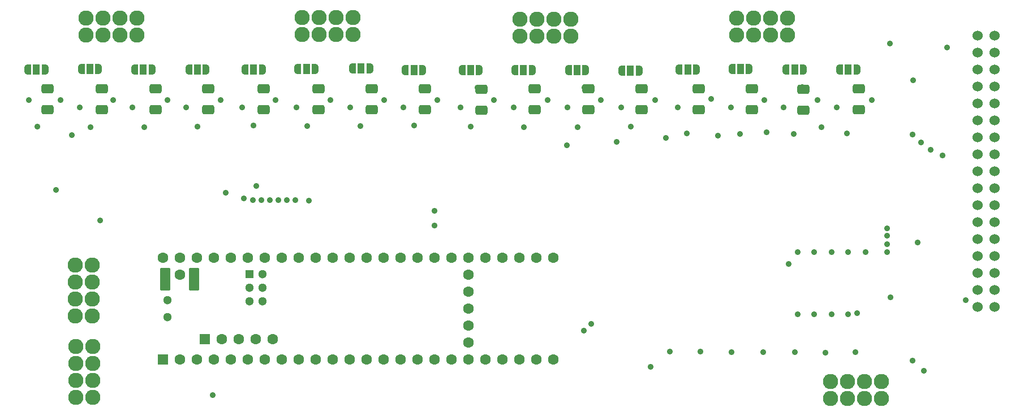
<source format=gbr>
%TF.GenerationSoftware,KiCad,Pcbnew,8.0.3-1.fc40*%
%TF.CreationDate,2024-07-09T23:55:12-04:00*%
%TF.ProjectId,boards_v3,626f6172-6473-45f7-9633-2e6b69636164,rev?*%
%TF.SameCoordinates,Original*%
%TF.FileFunction,Soldermask,Bot*%
%TF.FilePolarity,Negative*%
%FSLAX46Y46*%
G04 Gerber Fmt 4.6, Leading zero omitted, Abs format (unit mm)*
G04 Created by KiCad (PCBNEW 8.0.3-1.fc40) date 2024-07-09 23:55:12*
%MOMM*%
%LPD*%
G01*
G04 APERTURE LIST*
G04 Aperture macros list*
%AMRoundRect*
0 Rectangle with rounded corners*
0 $1 Rounding radius*
0 $2 $3 $4 $5 $6 $7 $8 $9 X,Y pos of 4 corners*
0 Add a 4 corners polygon primitive as box body*
4,1,4,$2,$3,$4,$5,$6,$7,$8,$9,$2,$3,0*
0 Add four circle primitives for the rounded corners*
1,1,$1+$1,$2,$3*
1,1,$1+$1,$4,$5*
1,1,$1+$1,$6,$7*
1,1,$1+$1,$8,$9*
0 Add four rect primitives between the rounded corners*
20,1,$1+$1,$2,$3,$4,$5,0*
20,1,$1+$1,$4,$5,$6,$7,0*
20,1,$1+$1,$6,$7,$8,$9,0*
20,1,$1+$1,$8,$9,$2,$3,0*%
%AMFreePoly0*
4,1,19,0.550000,-0.750000,0.000000,-0.750000,0.000000,-0.744911,-0.071157,-0.744911,-0.207708,-0.704816,-0.327430,-0.627875,-0.420627,-0.520320,-0.479746,-0.390866,-0.500000,-0.250000,-0.500000,0.250000,-0.479746,0.390866,-0.420627,0.520320,-0.327430,0.627875,-0.207708,0.704816,-0.071157,0.744911,0.000000,0.744911,0.000000,0.750000,0.550000,0.750000,0.550000,-0.750000,0.550000,-0.750000,
$1*%
%AMFreePoly1*
4,1,19,0.000000,0.744911,0.071157,0.744911,0.207708,0.704816,0.327430,0.627875,0.420627,0.520320,0.479746,0.390866,0.500000,0.250000,0.500000,-0.250000,0.479746,-0.390866,0.420627,-0.520320,0.327430,-0.627875,0.207708,-0.704816,0.071157,-0.744911,0.000000,-0.744911,0.000000,-0.750000,-0.550000,-0.750000,-0.550000,0.750000,0.000000,0.750000,0.000000,0.744911,0.000000,0.744911,
$1*%
G04 Aperture macros list end*
%ADD10RoundRect,0.250000X-0.537500X-1.450000X0.537500X-1.450000X0.537500X1.450000X-0.537500X1.450000X0*%
%ADD11RoundRect,0.250000X-0.650000X0.412500X-0.650000X-0.412500X0.650000X-0.412500X0.650000X0.412500X0*%
%ADD12C,2.286000*%
%ADD13R,1.600000X1.600000*%
%ADD14C,1.600000*%
%ADD15R,1.300000X1.300000*%
%ADD16C,1.300000*%
%ADD17C,1.524000*%
%ADD18FreePoly0,0.000000*%
%ADD19R,1.000000X1.500000*%
%ADD20FreePoly1,0.000000*%
%ADD21C,0.900000*%
G04 APERTURE END LIST*
D10*
%TO.C,C18*%
X85000000Y-64500000D03*
X89275000Y-64500000D03*
%TD*%
D11*
%TO.C,C17*%
X140300000Y-35937500D03*
X140300000Y-39062500D03*
%TD*%
%TO.C,C16*%
X148300000Y-35937500D03*
X148300000Y-39062500D03*
%TD*%
%TO.C,C15*%
X132300000Y-36037500D03*
X132300000Y-39162500D03*
%TD*%
%TO.C,C14*%
X123800000Y-35937500D03*
X123800000Y-39062500D03*
%TD*%
%TO.C,C12*%
X156300000Y-35937500D03*
X156300000Y-39062500D03*
%TD*%
%TO.C,C11*%
X172800000Y-35937500D03*
X172800000Y-39062500D03*
%TD*%
%TO.C,C9*%
X115900000Y-35937500D03*
X115900000Y-39062500D03*
%TD*%
%TO.C,C8*%
X107900000Y-35937500D03*
X107900000Y-39062500D03*
%TD*%
%TO.C,C7*%
X99700000Y-35937500D03*
X99700000Y-39062500D03*
%TD*%
%TO.C,C6*%
X91400000Y-35937500D03*
X91400000Y-39062500D03*
%TD*%
%TO.C,C5*%
X180500000Y-39162500D03*
X180500000Y-36037500D03*
%TD*%
%TO.C,C4*%
X164800000Y-35937500D03*
X164800000Y-39062500D03*
%TD*%
%TO.C,C3*%
X83500000Y-35937500D03*
X83500000Y-39062500D03*
%TD*%
%TO.C,C2*%
X75500000Y-35937500D03*
X75500000Y-39062500D03*
%TD*%
%TO.C,C1*%
X67400000Y-35937500D03*
X67400000Y-39062500D03*
%TD*%
D12*
%TO.C,J2*%
X145700000Y-25490000D03*
X143160000Y-25490000D03*
X140620000Y-25490000D03*
X138080000Y-25490000D03*
X138080001Y-28030000D03*
X140620000Y-28030000D03*
X143160000Y-28030000D03*
X145700000Y-28030000D03*
%TD*%
D13*
%TO.C,U1*%
X84600000Y-76540000D03*
D14*
X87140000Y-76540000D03*
X89680000Y-76540000D03*
X92220000Y-76540000D03*
X94760000Y-76540000D03*
X97300000Y-76540000D03*
X99840000Y-76540000D03*
X102380000Y-76540000D03*
X104920000Y-76540000D03*
X107460000Y-76540000D03*
X110000000Y-76540000D03*
X112540000Y-76540000D03*
X115080000Y-76540000D03*
X117620000Y-76540000D03*
X120160000Y-76540000D03*
X122700000Y-76540000D03*
X125240000Y-76540000D03*
X127780000Y-76540000D03*
X130320000Y-76540000D03*
X132860000Y-76540000D03*
X135400000Y-76540000D03*
X137940000Y-76540000D03*
X140480000Y-76540000D03*
X143020000Y-76540000D03*
X143020000Y-61300000D03*
X140480000Y-61300000D03*
X137940000Y-61300000D03*
X135400000Y-61300000D03*
X132860000Y-61300000D03*
X130320000Y-61300000D03*
X127780000Y-61300000D03*
X125240000Y-61300000D03*
X122700000Y-61300000D03*
X120160000Y-61300000D03*
X117620000Y-61300000D03*
X115080000Y-61300000D03*
X112540000Y-61300000D03*
X110000000Y-61300000D03*
X107460000Y-61300000D03*
X104920000Y-61300000D03*
X102380000Y-61300000D03*
X99840000Y-61300000D03*
X97300000Y-61300000D03*
X94760000Y-61300000D03*
X92220000Y-61300000D03*
X89680000Y-61300000D03*
X87140000Y-61300000D03*
X84600000Y-61300000D03*
X87140001Y-63840000D03*
X130320000Y-73999999D03*
X130320000Y-71460000D03*
X130320000Y-68920000D03*
X130320000Y-66380000D03*
X130320000Y-63840001D03*
D13*
X90899200Y-73489200D03*
D14*
X93439200Y-73489200D03*
X95979200Y-73489200D03*
X98519200Y-73489200D03*
X101059200Y-73489200D03*
D15*
X97569999Y-63738400D03*
D16*
X97570000Y-65738400D03*
X97570000Y-67738401D03*
X99570000Y-67738400D03*
X99570000Y-65738401D03*
X99570000Y-63738400D03*
X85329999Y-67650000D03*
X85329999Y-70190000D03*
%TD*%
D12*
%TO.C,J1*%
X178080000Y-25360000D03*
X175540000Y-25360000D03*
X173000000Y-25360000D03*
X170460000Y-25360000D03*
X170460001Y-27900000D03*
X173000000Y-27900000D03*
X175540000Y-27900000D03*
X178080000Y-27900000D03*
%TD*%
%TO.C,J7*%
X74100000Y-82200000D03*
X74100000Y-79660000D03*
X74100000Y-77120000D03*
X74100000Y-74580000D03*
X71560000Y-74580001D03*
X71560000Y-77120000D03*
X71560000Y-79660000D03*
X71560000Y-82200000D03*
%TD*%
%TO.C,J6*%
X184580000Y-82340000D03*
X187120000Y-82340000D03*
X189660000Y-82340000D03*
X192200000Y-82340000D03*
X192200000Y-79800000D03*
X189660000Y-79800000D03*
X187120000Y-79800000D03*
X184580000Y-79800000D03*
%TD*%
%TO.C,J3*%
X113040000Y-25260000D03*
X110500000Y-25260000D03*
X107960000Y-25260000D03*
X105420000Y-25260000D03*
X105420001Y-27800000D03*
X107960000Y-27800000D03*
X110500000Y-27800000D03*
X113040000Y-27800000D03*
%TD*%
%TO.C,J8*%
X74040000Y-69980000D03*
X74040000Y-67440000D03*
X74040000Y-64900000D03*
X74040000Y-62360000D03*
X71500000Y-62360001D03*
X71500000Y-64900000D03*
X71500000Y-67440000D03*
X71500000Y-69980000D03*
%TD*%
%TO.C,J4*%
X80740000Y-25400000D03*
X78200000Y-25400000D03*
X75660000Y-25400000D03*
X73120000Y-25400000D03*
X73120001Y-27940000D03*
X75660000Y-27940000D03*
X78200000Y-27940000D03*
X80740000Y-27940000D03*
%TD*%
D17*
%TO.C,J9*%
X206560000Y-27980000D03*
X206560000Y-30520000D03*
X206560000Y-33060000D03*
X206560000Y-35600000D03*
X206560000Y-38140000D03*
X206560000Y-40680000D03*
X206560000Y-43220000D03*
X206560000Y-45760000D03*
X206560000Y-48300000D03*
X206560000Y-50840000D03*
X206560000Y-53380000D03*
X206560000Y-55920000D03*
X206560000Y-58460000D03*
X206560000Y-61000000D03*
X206560000Y-63540000D03*
X206560000Y-66080000D03*
X206560000Y-68620000D03*
X209100000Y-68620000D03*
X209100000Y-66080000D03*
X209100000Y-63540000D03*
X209100000Y-61000000D03*
X209100000Y-58460000D03*
X209100000Y-55920000D03*
X209100000Y-53380000D03*
X209100000Y-50840000D03*
X209100000Y-48300000D03*
X209100000Y-45760000D03*
X209100000Y-43220000D03*
X209100000Y-40680000D03*
X209100000Y-38140000D03*
X209100000Y-35600000D03*
X209100000Y-33060000D03*
X209100000Y-30520000D03*
X209100000Y-27980000D03*
%TD*%
D18*
%TO.C,JP1*%
X185880000Y-33100000D03*
D19*
X187180000Y-33100000D03*
D20*
X188480000Y-33100000D03*
%TD*%
D18*
%TO.C,JP11*%
X104800000Y-32942500D03*
D19*
X106100000Y-32942500D03*
D20*
X107400000Y-32942500D03*
%TD*%
D18*
%TO.C,JP16*%
X64400000Y-33100000D03*
D19*
X65700000Y-33100000D03*
D20*
X67000000Y-33100000D03*
%TD*%
D18*
%TO.C,JP10*%
X112980000Y-32880000D03*
D19*
X114280000Y-32880000D03*
D20*
X115580000Y-32880000D03*
%TD*%
D18*
%TO.C,JP13*%
X88500000Y-33100000D03*
D19*
X89800000Y-33100000D03*
D20*
X91100000Y-33100000D03*
%TD*%
D18*
%TO.C,JP6*%
X145300000Y-33130000D03*
D19*
X146600000Y-33130000D03*
D20*
X147900000Y-33130000D03*
%TD*%
D18*
%TO.C,JP15*%
X72400000Y-33000000D03*
D19*
X73700000Y-33000000D03*
D20*
X75000000Y-33000000D03*
%TD*%
D18*
%TO.C,JP3*%
X169780000Y-33000000D03*
D19*
X171080000Y-33000000D03*
D20*
X172380000Y-33000000D03*
%TD*%
D18*
%TO.C,JP12*%
X96900000Y-33100000D03*
D19*
X98200000Y-33100000D03*
D20*
X99500000Y-33100000D03*
%TD*%
D18*
%TO.C,JP2*%
X177880000Y-33042500D03*
D19*
X179180000Y-33042500D03*
D20*
X180480000Y-33042500D03*
%TD*%
D18*
%TO.C,JP14*%
X80400000Y-33100000D03*
D19*
X81700000Y-33100000D03*
D20*
X83000000Y-33100000D03*
%TD*%
D18*
%TO.C,JP9*%
X120900000Y-33142500D03*
D19*
X122200000Y-33142500D03*
D20*
X123500000Y-33142500D03*
%TD*%
D18*
%TO.C,JP4*%
X161880000Y-33100000D03*
D19*
X163180000Y-33100000D03*
D20*
X164480000Y-33100000D03*
%TD*%
D18*
%TO.C,JP8*%
X129400000Y-33130000D03*
D19*
X130700000Y-33130000D03*
D20*
X132000000Y-33130000D03*
%TD*%
D18*
%TO.C,JP7*%
X137300000Y-33130000D03*
D19*
X138600000Y-33130000D03*
D20*
X139900000Y-33130000D03*
%TD*%
D18*
%TO.C,JP5*%
X153300000Y-33230000D03*
D19*
X154600000Y-33230000D03*
D20*
X155900000Y-33230000D03*
%TD*%
D11*
%TO.C,C10*%
X188800000Y-35937500D03*
X188800000Y-39062500D03*
%TD*%
D21*
X69300000Y-37600000D03*
X72200000Y-38700000D03*
X77200000Y-37600000D03*
X80100000Y-38700000D03*
X85300000Y-37600000D03*
X88100000Y-38700000D03*
X93300000Y-37600000D03*
X96500000Y-38700000D03*
X101500000Y-37600000D03*
X104600000Y-38700000D03*
X109700000Y-37600000D03*
X112700000Y-38700000D03*
X117700000Y-37600000D03*
X125700000Y-37600000D03*
X120600000Y-38700000D03*
X142200000Y-37600000D03*
X134200000Y-37600000D03*
X137100000Y-38700000D03*
X153200000Y-38700000D03*
X150200000Y-37600000D03*
X158300000Y-37600000D03*
X161700000Y-38700000D03*
X166700000Y-37500000D03*
X169600000Y-38700000D03*
X174600000Y-37600000D03*
X177500000Y-38700000D03*
X182600000Y-37600000D03*
X190700000Y-37600000D03*
X185500000Y-38700000D03*
X172380000Y-33000000D03*
X115600000Y-32800000D03*
X193500000Y-67200000D03*
X185880000Y-33100000D03*
X160500000Y-75300000D03*
X196900000Y-34700000D03*
X188400000Y-33200000D03*
X91100000Y-33100000D03*
X193400000Y-29200000D03*
X107400000Y-33000000D03*
X152500000Y-43900000D03*
X164400000Y-33200000D03*
X183800000Y-75500000D03*
X188300000Y-75400000D03*
X145200000Y-38700000D03*
X197600000Y-59000000D03*
X68600000Y-51100000D03*
X83000000Y-33100000D03*
X64600000Y-37600000D03*
X123500000Y-33100000D03*
X169740000Y-75364999D03*
X147900000Y-33200000D03*
X139900000Y-33200000D03*
X179200000Y-75400000D03*
X132000000Y-33200000D03*
X155900000Y-33300000D03*
X180500000Y-33100000D03*
X145100000Y-44400000D03*
X167700000Y-43000000D03*
X204800000Y-67600000D03*
X99500000Y-33100000D03*
X178300000Y-62200000D03*
X165070000Y-75329999D03*
X67000000Y-33100000D03*
X175000000Y-42500000D03*
X174500000Y-75400000D03*
X183200000Y-41700000D03*
X129200000Y-38700000D03*
X189750000Y-60400000D03*
X159900000Y-43300000D03*
X75200000Y-55700000D03*
X71000000Y-42900000D03*
X202000000Y-29800000D03*
X157600000Y-77600000D03*
X74900000Y-33000000D03*
X169780000Y-33100000D03*
X177880000Y-33100000D03*
X161880000Y-33100000D03*
X139800000Y-35780000D03*
X164280000Y-35700000D03*
X131750000Y-35780000D03*
X187180000Y-33100000D03*
X172280000Y-35700000D03*
X107400000Y-35700000D03*
X123300000Y-35700000D03*
X187000000Y-42600000D03*
X196800000Y-76700000D03*
X180280000Y-35700000D03*
X83000000Y-35700000D03*
X155850000Y-35780000D03*
X66900000Y-35700000D03*
X115400000Y-35700000D03*
X75000000Y-35700000D03*
X90900000Y-35700000D03*
X147750000Y-35780000D03*
X188280000Y-35700000D03*
X99200000Y-35700000D03*
X145400000Y-33200000D03*
X153400000Y-33200000D03*
X137300000Y-33130000D03*
X129400000Y-33230000D03*
X113000000Y-32900000D03*
X104800000Y-32900000D03*
X96900000Y-33100000D03*
X120900000Y-33200000D03*
X88500000Y-33100000D03*
X72400000Y-33000000D03*
X64500000Y-33100000D03*
X80400000Y-33100000D03*
X92100000Y-81800000D03*
X198500000Y-78200000D03*
X147600000Y-72200000D03*
X148700000Y-71200000D03*
X188500000Y-69600000D03*
X193000000Y-59200000D03*
X184700000Y-69700000D03*
X81800000Y-41720000D03*
X81700000Y-33100000D03*
X103197392Y-52600000D03*
X193000000Y-56900000D03*
X89800000Y-41620000D03*
X89800000Y-33100000D03*
X101924601Y-52600000D03*
X193000000Y-58000000D03*
X99379018Y-52600000D03*
X106200000Y-41550000D03*
X106100000Y-33000000D03*
X154660000Y-41640000D03*
X199500000Y-45100000D03*
X154600000Y-33230000D03*
X73700000Y-33100000D03*
X104470184Y-52600000D03*
X73800000Y-41720000D03*
X182100000Y-60400000D03*
X98600000Y-50500000D03*
X138660000Y-41740000D03*
X138600000Y-33130000D03*
X146660000Y-41740000D03*
X146600000Y-33130000D03*
X201300000Y-45900000D03*
X98106226Y-52599999D03*
X114280000Y-32880000D03*
X114200000Y-41550000D03*
X193000000Y-60400000D03*
X65800000Y-41620000D03*
X106458511Y-52678511D03*
X65750000Y-33250000D03*
X187200000Y-69700000D03*
X182100000Y-69700000D03*
X179080000Y-33100000D03*
X125240000Y-56400000D03*
X179000000Y-42700000D03*
X125240000Y-54200000D03*
X100651809Y-52600000D03*
X98100000Y-33100000D03*
X98200000Y-41450000D03*
X171080000Y-33000000D03*
X196800000Y-42800000D03*
X171000000Y-42700000D03*
X179600000Y-60400000D03*
X96700000Y-52400000D03*
X122200000Y-33100000D03*
X122200000Y-41450000D03*
X184700000Y-60400000D03*
X179600000Y-69700000D03*
X130700000Y-33230000D03*
X130660000Y-41640000D03*
X94000000Y-51500000D03*
X163000000Y-42600000D03*
X163080000Y-33200000D03*
X198100000Y-44000000D03*
X187200000Y-60400000D03*
M02*

</source>
